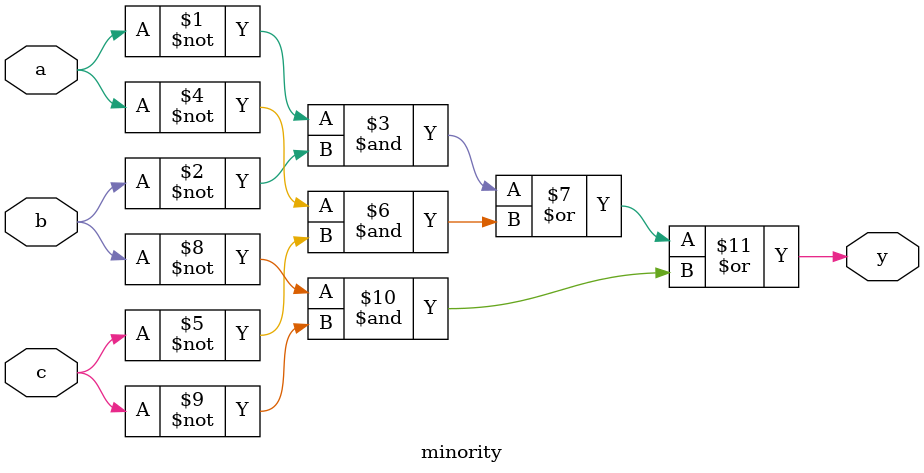
<source format=v>
`timescale 1ns / 1ps

module minority(
    input wire a,
    input wire b,
    input wire c,

    output wire y
    );

    assign y = (~a & ~b) | (~a & ~c) | (~b & ~c);
endmodule
</source>
